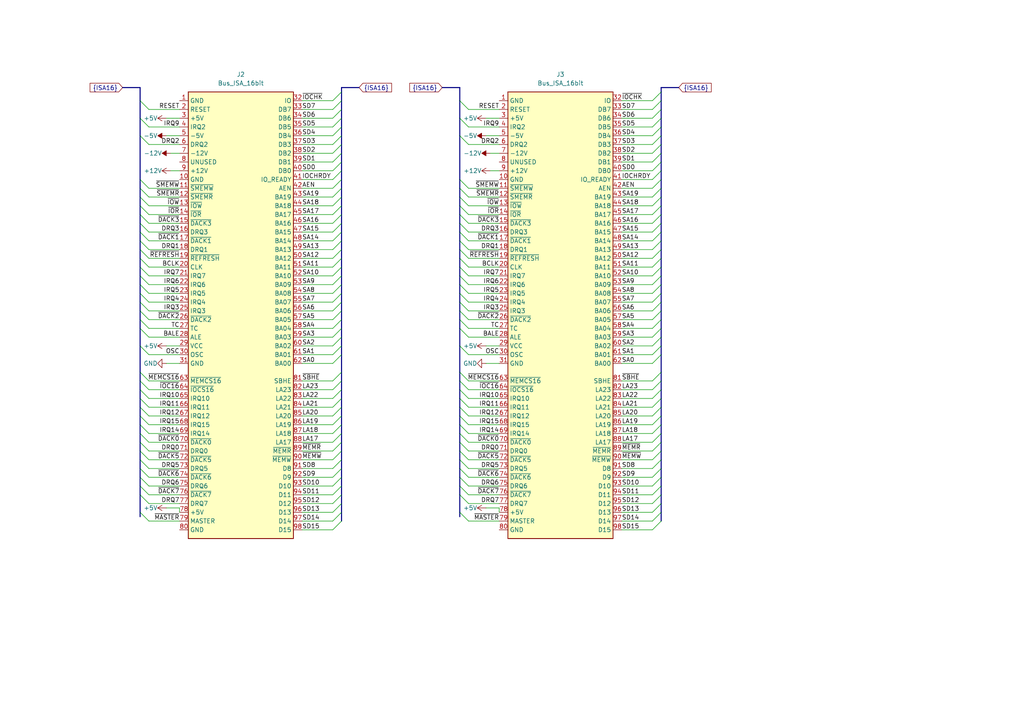
<source format=kicad_sch>
(kicad_sch (version 20230121) (generator eeschema)
  (paper "A4")
  (title_block (title "ISA slots"))
  (lib_symbols
    (symbol "Connector:Bus_ISA_16bit"
      (property "Reference" "J" (at 0 67.945 0))
      (property "Value" "Bus_ISA_16bit" (at 0 -65.405 0))
      (symbol "Bus_ISA_16bit_0_1"
        (rectangle (start -15.24 -63.5) (end 15.24 66.04) (stroke (width 0.254)) (fill (type background)))
      )
      (symbol "Bus_ISA_16bit_1_1"
        (pin power_in line (at -17.78 63.5 0) (length 2.54) (name "GND") (number "1"))
        (pin power_in line (at -17.78 40.64 0) (length 2.54) (name "GND") (number "10"))
        (pin output line (at -17.78 38.1 0) (length 2.54) (name "~{SMEMW}") (number "11"))
        (pin output line (at -17.78 35.56 0) (length 2.54) (name "~{SMEMR}") (number "12"))
        (pin output line (at -17.78 33.02 0) (length 2.54) (name "~{IOW}") (number "13"))
        (pin output line (at -17.78 30.48 0) (length 2.54) (name "~{IOR}") (number "14"))
        (pin passive line (at -17.78 27.94 0) (length 2.54) (name "~{DACK3}") (number "15"))
        (pin passive line (at -17.78 25.4 0) (length 2.54) (name "DRQ3") (number "16"))
        (pin passive line (at -17.78 22.86 0) (length 2.54) (name "~{DACK1}") (number "17"))
        (pin passive line (at -17.78 20.32 0) (length 2.54) (name "DRQ1") (number "18"))
        (pin passive line (at -17.78 17.78 0) (length 2.54) (name "~{REFRESH}") (number "19"))
        (pin output line (at -17.78 60.96 0) (length 2.54) (name "RESET") (number "2"))
        (pin output line (at -17.78 15.24 0) (length 2.54) (name "CLK") (number "20"))
        (pin passive line (at -17.78 12.7 0) (length 2.54) (name "IRQ7") (number "21"))
        (pin passive line (at -17.78 10.16 0) (length 2.54) (name "IRQ6") (number "22"))
        (pin passive line (at -17.78 7.62 0) (length 2.54) (name "IRQ5") (number "23"))
        (pin passive line (at -17.78 5.08 0) (length 2.54) (name "IRQ4") (number "24"))
        (pin passive line (at -17.78 2.54 0) (length 2.54) (name "IRQ3") (number "25"))
        (pin passive line (at -17.78 0 0) (length 2.54) (name "~{DACK2}") (number "26"))
        (pin passive line (at -17.78 -2.54 0) (length 2.54) (name "TC") (number "27"))
        (pin output line (at -17.78 -5.08 0) (length 2.54) (name "ALE") (number "28"))
        (pin power_in line (at -17.78 -7.62 0) (length 2.54) (name "VCC") (number "29"))
        (pin power_in line (at -17.78 58.42 0) (length 2.54) (name "+5V") (number "3"))
        (pin output line (at -17.78 -10.16 0) (length 2.54) (name "OSC") (number "30"))
        (pin power_in line (at -17.78 -12.7 0) (length 2.54) (name "GND") (number "31"))
        (pin passive line (at 17.78 63.5 180) (length 2.54) (name "IO") (number "32"))
        (pin tri_state line (at 17.78 60.96 180) (length 2.54) (name "DB7") (number "33"))
        (pin tri_state line (at 17.78 58.42 180) (length 2.54) (name "DB6") (number "34"))
        (pin tri_state line (at 17.78 55.88 180) (length 2.54) (name "DB5") (number "35"))
        (pin tri_state line (at 17.78 53.34 180) (length 2.54) (name "DB4") (number "36"))
        (pin tri_state line (at 17.78 50.8 180) (length 2.54) (name "DB3") (number "37"))
        (pin tri_state line (at 17.78 48.26 180) (length 2.54) (name "DB2") (number "38"))
        (pin tri_state line (at 17.78 45.72 180) (length 2.54) (name "DB1") (number "39"))
        (pin passive line (at -17.78 55.88 0) (length 2.54) (name "IRQ2") (number "4"))
        (pin tri_state line (at 17.78 43.18 180) (length 2.54) (name "DB0") (number "40"))
        (pin passive line (at 17.78 40.64 180) (length 2.54) (name "IO_READY") (number "41"))
        (pin output line (at 17.78 38.1 180) (length 2.54) (name "AEN") (number "42"))
        (pin tri_state line (at 17.78 35.56 180) (length 2.54) (name "BA19") (number "43"))
        (pin tri_state line (at 17.78 33.02 180) (length 2.54) (name "BA18") (number "44"))
        (pin tri_state line (at 17.78 30.48 180) (length 2.54) (name "BA17") (number "45"))
        (pin tri_state line (at 17.78 27.94 180) (length 2.54) (name "BA16") (number "46"))
        (pin tri_state line (at 17.78 25.4 180) (length 2.54) (name "BA15") (number "47"))
        (pin tri_state line (at 17.78 22.86 180) (length 2.54) (name "BA14") (number "48"))
        (pin tri_state line (at 17.78 20.32 180) (length 2.54) (name "BA13") (number "49"))
        (pin power_in line (at -17.78 53.34 0) (length 2.54) (name "-5V") (number "5"))
        (pin tri_state line (at 17.78 17.78 180) (length 2.54) (name "BA12") (number "50"))
        (pin tri_state line (at 17.78 15.24 180) (length 2.54) (name "BA11") (number "51"))
        (pin tri_state line (at 17.78 12.7 180) (length 2.54) (name "BA10") (number "52"))
        (pin tri_state line (at 17.78 10.16 180) (length 2.54) (name "BA09") (number "53"))
        (pin tri_state line (at 17.78 7.62 180) (length 2.54) (name "BA08") (number "54"))
        (pin tri_state line (at 17.78 5.08 180) (length 2.54) (name "BA07") (number "55"))
        (pin tri_state line (at 17.78 2.54 180) (length 2.54) (name "BA06") (number "56"))
        (pin tri_state line (at 17.78 0 180) (length 2.54) (name "BA05") (number "57"))
        (pin tri_state line (at 17.78 -2.54 180) (length 2.54) (name "BA04") (number "58"))
        (pin tri_state line (at 17.78 -5.08 180) (length 2.54) (name "BA03") (number "59"))
        (pin passive line (at -17.78 50.8 0) (length 2.54) (name "DRQ2") (number "6"))
        (pin tri_state line (at 17.78 -7.62 180) (length 2.54) (name "BA02") (number "60"))
        (pin tri_state line (at 17.78 -10.16 180) (length 2.54) (name "BA01") (number "61"))
        (pin tri_state line (at 17.78 -12.7 180) (length 2.54) (name "BA00") (number "62"))
        (pin passive line (at -17.78 -17.78 0) (length 2.54) (name "~{MEMCS16}") (number "63"))
        (pin passive line (at -17.78 -20.32 0) (length 2.54) (name "~{IOCS16}") (number "64"))
        (pin passive line (at -17.78 -22.86 0) (length 2.54) (name "IRQ10") (number "65"))
        (pin passive line (at -17.78 -25.4 0) (length 2.54) (name "IRQ11") (number "66"))
        (pin passive line (at -17.78 -27.94 0) (length 2.54) (name "IRQ12") (number "67"))
        (pin passive line (at -17.78 -30.48 0) (length 2.54) (name "IRQ15") (number "68"))
        (pin passive line (at -17.78 -33.02 0) (length 2.54) (name "IRQ14") (number "69"))
        (pin power_in line (at -17.78 48.26 0) (length 2.54) (name "-12V") (number "7"))
        (pin output line (at -17.78 -35.56 0) (length 2.54) (name "~{DACK0}") (number "70"))
        (pin passive line (at -17.78 -38.1 0) (length 2.54) (name "DRQ0") (number "71"))
        (pin output line (at -17.78 -40.64 0) (length 2.54) (name "~{DACK5}") (number "72"))
        (pin passive line (at -17.78 -43.18 0) (length 2.54) (name "DRQ5") (number "73"))
        (pin output line (at -17.78 -45.72 0) (length 2.54) (name "~{DACK6}") (number "74"))
        (pin passive line (at -17.78 -48.26 0) (length 2.54) (name "DRQ6") (number "75"))
        (pin output line (at -17.78 -50.8 0) (length 2.54) (name "~{DACK7}") (number "76"))
        (pin passive line (at -17.78 -53.34 0) (length 2.54) (name "DRQ7") (number "77"))
        (pin power_in line (at -17.78 -55.88 0) (length 2.54) (name "+5V") (number "78"))
        (pin passive line (at -17.78 -58.42 0) (length 2.54) (name "MASTER") (number "79"))
        (pin passive line (at -17.78 45.72 0) (length 2.54) (name "UNUSED") (number "8"))
        (pin power_in line (at -17.78 -60.96 0) (length 2.54) (name "GND") (number "80"))
        (pin passive line (at 17.78 -17.78 180) (length 2.54) (name "SBHE") (number "81"))
        (pin passive line (at 17.78 -20.32 180) (length 2.54) (name "LA23") (number "82"))
        (pin passive line (at 17.78 -22.86 180) (length 2.54) (name "LA22") (number "83"))
        (pin passive line (at 17.78 -25.4 180) (length 2.54) (name "LA21") (number "84"))
        (pin passive line (at 17.78 -27.94 180) (length 2.54) (name "LA20") (number "85"))
        (pin passive line (at 17.78 -30.48 180) (length 2.54) (name "LA19") (number "86"))
        (pin passive line (at 17.78 -33.02 180) (length 2.54) (name "LA18") (number "87"))
        (pin passive line (at 17.78 -35.56 180) (length 2.54) (name "LA17") (number "88"))
        (pin output line (at 17.78 -38.1 180) (length 2.54) (name "~{MEMR}") (number "89"))
        (pin power_in line (at -17.78 43.18 0) (length 2.54) (name "+12V") (number "9"))
        (pin output line (at 17.78 -40.64 180) (length 2.54) (name "~{MEMW}") (number "90"))
        (pin tri_state line (at 17.78 -43.18 180) (length 2.54) (name "D8") (number "91"))
        (pin tri_state line (at 17.78 -45.72 180) (length 2.54) (name "D9") (number "92"))
        (pin tri_state line (at 17.78 -48.26 180) (length 2.54) (name "D10") (number "93"))
        (pin tri_state line (at 17.78 -50.8 180) (length 2.54) (name "D11") (number "94"))
        (pin tri_state line (at 17.78 -53.34 180) (length 2.54) (name "D12") (number "95"))
        (pin tri_state line (at 17.78 -55.88 180) (length 2.54) (name "D13") (number "96"))
        (pin tri_state line (at 17.78 -58.42 180) (length 2.54) (name "D14") (number "97"))
        (pin tri_state line (at 17.78 -60.96 180) (length 2.54) (name "D15") (number "98"))
      )
    )
    (symbol "power:+12V" (power) (pin_names (offset 0))
      (property "Value" "+12V" (at 0 3.556 0))
      (symbol "+12V_0_1"
        (polyline (pts (xy -0.762 1.27) (xy 0 2.54)))
        (polyline (pts (xy 0 0) (xy 0 2.54)))
        (polyline (pts (xy 0 2.54) (xy 0.762 1.27)))
      )
      (symbol "+12V_1_1"
        (pin power_in line (at 0 0 90) (length 0) hide (name "+12V") (number "1"))
      )
    )
    (symbol "power:+5V" (power) (pin_names (offset 0))
      (property "Value" "+5V" (at 0 3.556 0))
      (symbol "+5V_0_1"
        (polyline (pts (xy -0.762 1.27) (xy 0 2.54)))
        (polyline (pts (xy 0 0) (xy 0 2.54)))
        (polyline (pts (xy 0 2.54) (xy 0.762 1.27)))
      )
      (symbol "+5V_1_1"
        (pin power_in line (at 0 0 90) (length 0) hide (name "+5V") (number "1"))
      )
    )
    (symbol "power:-12V" (power) (pin_names (offset 0))
      (property "Value" "-12V" (at 0 3.81 0))
      (symbol "-12V_0_0"
        (pin power_in line (at 0 0 90) (length 0) hide (name "-12V") (number "1"))
      )
      (symbol "-12V_0_1"
        (polyline (pts (xy 0 0) (xy 0 1.27) (xy 0.762 1.27) (xy 0 2.54) (xy -0.762 1.27) (xy 0 1.27)) (fill (type outline)))
      )
    )
    (symbol "power:-5V" (power) (pin_names (offset 0))
      (property "Value" "-5V" (at 0 3.81 0))
      (symbol "-5V_0_0"
        (pin power_in line (at 0 0 90) (length 0) hide (name "-5V") (number "1"))
      )
      (symbol "-5V_0_1"
        (polyline (pts (xy 0 0) (xy 0 1.27) (xy 0.762 1.27) (xy 0 2.54) (xy -0.762 1.27) (xy 0 1.27)) (fill (type outline)))
      )
    )
    (symbol "power:GND" (power) (pin_names (offset 0))
      (property "Value" "GND" (at 0 -3.81 0))
      (symbol "GND_0_1"
        (polyline (pts (xy 0 0) (xy 0 -1.27) (xy 1.27 -1.27) (xy 0 -2.54) (xy -1.27 -1.27) (xy 0 -1.27)))
      )
      (symbol "GND_1_1"
        (pin power_in line (at 0 0 270) (length 0) hide (name "GND") (number "1"))
      )
    )
  )
  (bus_entry (at 99.06 29.21) (size -2.54 2.54))
  (bus_entry (at 191.77 115.57) (size -2.54 2.54))
  (bus_entry (at 133.35 80.01) (size 2.54 2.54))
  (bus_entry (at 99.06 110.49) (size -2.54 2.54))
  (bus_entry (at 191.77 52.07) (size -2.54 2.54))
  (bus_entry (at 191.77 130.81) (size -2.54 2.54))
  (bus_entry (at 40.64 125.73) (size 2.54 2.54))
  (bus_entry (at 191.77 120.65) (size -2.54 2.54))
  (bus_entry (at 40.64 72.39) (size 2.54 2.54))
  (bus_entry (at 191.77 138.43) (size -2.54 2.54))
  (bus_entry (at 133.35 59.69) (size 2.54 2.54))
  (bus_entry (at 99.06 26.67) (size -2.54 2.54))
  (bus_entry (at 191.77 74.93) (size -2.54 2.54))
  (bus_entry (at 191.77 110.49) (size -2.54 2.54))
  (bus_entry (at 191.77 107.95) (size -2.54 2.54))
  (bus_entry (at 40.64 130.81) (size 2.54 2.54))
  (bus_entry (at 133.35 148.59) (size 2.54 2.54))
  (bus_entry (at 40.64 57.15) (size 2.54 2.54))
  (bus_entry (at 133.35 74.93) (size 2.54 2.54))
  (bus_entry (at 40.64 52.07) (size 2.54 2.54))
  (bus_entry (at 133.35 87.63) (size 2.54 2.54))
  (bus_entry (at 99.06 67.31) (size -2.54 2.54))
  (bus_entry (at 99.06 52.07) (size -2.54 2.54))
  (bus_entry (at 99.06 92.71) (size -2.54 2.54))
  (bus_entry (at 191.77 140.97) (size -2.54 2.54))
  (bus_entry (at 191.77 67.31) (size -2.54 2.54))
  (bus_entry (at 191.77 85.09) (size -2.54 2.54))
  (bus_entry (at 40.64 128.27) (size 2.54 2.54))
  (bus_entry (at 40.64 95.25) (size 2.54 2.54))
  (bus_entry (at 191.77 87.63) (size -2.54 2.54))
  (bus_entry (at 99.06 44.45) (size -2.54 2.54))
  (bus_entry (at 191.77 80.01) (size -2.54 2.54))
  (bus_entry (at 191.77 123.19) (size -2.54 2.54))
  (bus_entry (at 40.64 29.21) (size 2.54 2.54))
  (bus_entry (at 191.77 26.67) (size -2.54 2.54))
  (bus_entry (at 40.64 80.01) (size 2.54 2.54))
  (bus_entry (at 191.77 95.25) (size -2.54 2.54))
  (bus_entry (at 40.64 118.11) (size 2.54 2.54))
  (bus_entry (at 191.77 44.45) (size -2.54 2.54))
  (bus_entry (at 133.35 90.17) (size 2.54 2.54))
  (bus_entry (at 191.77 29.21) (size -2.54 2.54))
  (bus_entry (at 99.06 125.73) (size -2.54 2.54))
  (bus_entry (at 191.77 92.71) (size -2.54 2.54))
  (bus_entry (at 133.35 29.21) (size 2.54 2.54))
  (bus_entry (at 133.35 133.35) (size 2.54 2.54))
  (bus_entry (at 133.35 67.31) (size 2.54 2.54))
  (bus_entry (at 133.35 118.11) (size 2.54 2.54))
  (bus_entry (at 99.06 102.87) (size -2.54 2.54))
  (bus_entry (at 133.35 100.33) (size 2.54 2.54))
  (bus_entry (at 191.77 125.73) (size -2.54 2.54))
  (bus_entry (at 40.64 62.23) (size 2.54 2.54))
  (bus_entry (at 191.77 97.79) (size -2.54 2.54))
  (bus_entry (at 191.77 102.87) (size -2.54 2.54))
  (bus_entry (at 191.77 34.29) (size -2.54 2.54))
  (bus_entry (at 99.06 113.03) (size -2.54 2.54))
  (bus_entry (at 133.35 128.27) (size 2.54 2.54))
  (bus_entry (at 191.77 113.03) (size -2.54 2.54))
  (bus_entry (at 99.06 64.77) (size -2.54 2.54))
  (bus_entry (at 191.77 39.37) (size -2.54 2.54))
  (bus_entry (at 191.77 118.11) (size -2.54 2.54))
  (bus_entry (at 99.06 77.47) (size -2.54 2.54))
  (bus_entry (at 133.35 54.61) (size 2.54 2.54))
  (bus_entry (at 191.77 64.77) (size -2.54 2.54))
  (bus_entry (at 99.06 31.75) (size -2.54 2.54))
  (bus_entry (at 99.06 34.29) (size -2.54 2.54))
  (bus_entry (at 99.06 123.19) (size -2.54 2.54))
  (bus_entry (at 99.06 151.13) (size -2.54 2.54))
  (bus_entry (at 191.77 57.15) (size -2.54 2.54))
  (bus_entry (at 40.64 87.63) (size 2.54 2.54))
  (bus_entry (at 133.35 39.37) (size 2.54 2.54))
  (bus_entry (at 133.35 52.07) (size 2.54 2.54))
  (bus_entry (at 99.06 59.69) (size -2.54 2.54))
  (bus_entry (at 40.64 110.49) (size 2.54 2.54))
  (bus_entry (at 99.06 135.89) (size -2.54 2.54))
  (bus_entry (at 133.35 110.49) (size 2.54 2.54))
  (bus_entry (at 133.35 125.73) (size 2.54 2.54))
  (bus_entry (at 40.64 74.93) (size 2.54 2.54))
  (bus_entry (at 99.06 41.91) (size -2.54 2.54))
  (bus_entry (at 99.06 130.81) (size -2.54 2.54))
  (bus_entry (at 99.06 90.17) (size -2.54 2.54))
  (bus_entry (at 133.35 107.95) (size 2.54 2.54))
  (bus_entry (at 40.64 90.17) (size 2.54 2.54))
  (bus_entry (at 99.06 36.83) (size -2.54 2.54))
  (bus_entry (at 133.35 143.51) (size 2.54 2.54))
  (bus_entry (at 40.64 120.65) (size 2.54 2.54))
  (bus_entry (at 99.06 80.01) (size -2.54 2.54))
  (bus_entry (at 133.35 77.47) (size 2.54 2.54))
  (bus_entry (at 99.06 72.39) (size -2.54 2.54))
  (bus_entry (at 133.35 62.23) (size 2.54 2.54))
  (bus_entry (at 40.64 59.69) (size 2.54 2.54))
  (bus_entry (at 133.35 92.71) (size 2.54 2.54))
  (bus_entry (at 133.35 113.03) (size 2.54 2.54))
  (bus_entry (at 40.64 140.97) (size 2.54 2.54))
  (bus_entry (at 191.77 31.75) (size -2.54 2.54))
  (bus_entry (at 40.64 69.85) (size 2.54 2.54))
  (bus_entry (at 191.77 82.55) (size -2.54 2.54))
  (bus_entry (at 99.06 39.37) (size -2.54 2.54))
  (bus_entry (at 191.77 41.91) (size -2.54 2.54))
  (bus_entry (at 40.64 67.31) (size 2.54 2.54))
  (bus_entry (at 99.06 87.63) (size -2.54 2.54))
  (bus_entry (at 191.77 72.39) (size -2.54 2.54))
  (bus_entry (at 133.35 64.77) (size 2.54 2.54))
  (bus_entry (at 191.77 49.53) (size -2.54 2.54))
  (bus_entry (at 40.64 133.35) (size 2.54 2.54))
  (bus_entry (at 133.35 140.97) (size 2.54 2.54))
  (bus_entry (at 99.06 143.51) (size -2.54 2.54))
  (bus_entry (at 40.64 39.37) (size 2.54 2.54))
  (bus_entry (at 191.77 148.59) (size -2.54 2.54))
  (bus_entry (at 99.06 140.97) (size -2.54 2.54))
  (bus_entry (at 99.06 74.93) (size -2.54 2.54))
  (bus_entry (at 133.35 123.19) (size 2.54 2.54))
  (bus_entry (at 99.06 118.11) (size -2.54 2.54))
  (bus_entry (at 133.35 69.85) (size 2.54 2.54))
  (bus_entry (at 191.77 143.51) (size -2.54 2.54))
  (bus_entry (at 40.64 54.61) (size 2.54 2.54))
  (bus_entry (at 191.77 54.61) (size -2.54 2.54))
  (bus_entry (at 40.64 107.95) (size 2.54 2.54))
  (bus_entry (at 99.06 46.99) (size -2.54 2.54))
  (bus_entry (at 99.06 146.05) (size -2.54 2.54))
  (bus_entry (at 191.77 151.13) (size -2.54 2.54))
  (bus_entry (at 99.06 82.55) (size -2.54 2.54))
  (bus_entry (at 133.35 95.25) (size 2.54 2.54))
  (bus_entry (at 191.77 36.83) (size -2.54 2.54))
  (bus_entry (at 99.06 54.61) (size -2.54 2.54))
  (bus_entry (at 133.35 115.57) (size 2.54 2.54))
  (bus_entry (at 191.77 135.89) (size -2.54 2.54))
  (bus_entry (at 99.06 107.95) (size -2.54 2.54))
  (bus_entry (at 40.64 77.47) (size 2.54 2.54))
  (bus_entry (at 40.64 135.89) (size 2.54 2.54))
  (bus_entry (at 40.64 34.29) (size 2.54 2.54))
  (bus_entry (at 99.06 69.85) (size -2.54 2.54))
  (bus_entry (at 99.06 97.79) (size -2.54 2.54))
  (bus_entry (at 99.06 85.09) (size -2.54 2.54))
  (bus_entry (at 99.06 133.35) (size -2.54 2.54))
  (bus_entry (at 40.64 123.19) (size 2.54 2.54))
  (bus_entry (at 40.64 113.03) (size 2.54 2.54))
  (bus_entry (at 99.06 49.53) (size -2.54 2.54))
  (bus_entry (at 133.35 82.55) (size 2.54 2.54))
  (bus_entry (at 40.64 92.71) (size 2.54 2.54))
  (bus_entry (at 99.06 100.33) (size -2.54 2.54))
  (bus_entry (at 191.77 77.47) (size -2.54 2.54))
  (bus_entry (at 191.77 46.99) (size -2.54 2.54))
  (bus_entry (at 99.06 115.57) (size -2.54 2.54))
  (bus_entry (at 40.64 85.09) (size 2.54 2.54))
  (bus_entry (at 133.35 138.43) (size 2.54 2.54))
  (bus_entry (at 191.77 133.35) (size -2.54 2.54))
  (bus_entry (at 99.06 120.65) (size -2.54 2.54))
  (bus_entry (at 191.77 128.27) (size -2.54 2.54))
  (bus_entry (at 191.77 62.23) (size -2.54 2.54))
  (bus_entry (at 133.35 85.09) (size 2.54 2.54))
  (bus_entry (at 191.77 59.69) (size -2.54 2.54))
  (bus_entry (at 191.77 146.05) (size -2.54 2.54))
  (bus_entry (at 133.35 120.65) (size 2.54 2.54))
  (bus_entry (at 99.06 128.27) (size -2.54 2.54))
  (bus_entry (at 40.64 115.57) (size 2.54 2.54))
  (bus_entry (at 40.64 138.43) (size 2.54 2.54))
  (bus_entry (at 133.35 130.81) (size 2.54 2.54))
  (bus_entry (at 99.06 95.25) (size -2.54 2.54))
  (bus_entry (at 40.64 100.33) (size 2.54 2.54))
  (bus_entry (at 133.35 72.39) (size 2.54 2.54))
  (bus_entry (at 133.35 135.89) (size 2.54 2.54))
  (bus_entry (at 133.35 57.15) (size 2.54 2.54))
  (bus_entry (at 99.06 138.43) (size -2.54 2.54))
  (bus_entry (at 191.77 90.17) (size -2.54 2.54))
  (bus_entry (at 191.77 69.85) (size -2.54 2.54))
  (bus_entry (at 99.06 148.59) (size -2.54 2.54))
  (bus_entry (at 133.35 34.29) (size 2.54 2.54))
  (bus_entry (at 40.64 64.77) (size 2.54 2.54))
  (bus_entry (at 99.06 57.15) (size -2.54 2.54))
  (bus_entry (at 99.06 62.23) (size -2.54 2.54))
  (bus_entry (at 40.64 143.51) (size 2.54 2.54))
  (bus_entry (at 191.77 100.33) (size -2.54 2.54))
  (bus_entry (at 40.64 82.55) (size 2.54 2.54))
  (bus_entry (at 40.64 148.59) (size 2.54 2.54))
  (bus (pts (xy 133.35 113.03) (xy 133.35 115.57)))
  (bus (pts (xy 99.06 120.65) (xy 99.06 123.19)))
  (wire (pts (xy 180.34 41.91) (xy 189.23 41.91)))
  (bus (pts (xy 40.64 77.47) (xy 40.64 80.01)))
  (bus (pts (xy 40.64 82.55) (xy 40.64 85.09)))
  (bus (pts (xy 40.64 67.31) (xy 40.64 69.85)))
  (wire (pts (xy 43.18 133.35) (xy 52.07 133.35)))
  (wire (pts (xy 135.89 87.63) (xy 144.78 87.63)))
  (bus (pts (xy 133.35 135.89) (xy 133.35 138.43)))
  (wire (pts (xy 180.34 151.13) (xy 189.23 151.13)))
  (bus (pts (xy 99.06 125.73) (xy 99.06 128.27)))
  (wire (pts (xy 135.89 59.69) (xy 144.78 59.69)))
  (wire (pts (xy 135.89 97.79) (xy 144.78 97.79)))
  (wire (pts (xy 43.18 67.31) (xy 52.07 67.31)))
  (wire (pts (xy 87.63 44.45) (xy 96.52 44.45)))
  (bus (pts (xy 40.64 54.61) (xy 40.64 57.15)))
  (bus (pts (xy 40.64 120.65) (xy 40.64 123.19)))
  (wire (pts (xy 87.63 151.13) (xy 96.52 151.13)))
  (bus (pts (xy 128.27 25.4) (xy 133.35 25.4)))
  (bus (pts (xy 40.64 57.15) (xy 40.64 59.69)))
  (wire (pts (xy 135.89 67.31) (xy 144.78 67.31)))
  (wire (pts (xy 180.34 57.15) (xy 189.23 57.15)))
  (bus (pts (xy 99.06 143.51) (xy 99.06 146.05)))
  (wire (pts (xy 43.18 110.49) (xy 52.07 110.49)))
  (bus (pts (xy 40.64 128.27) (xy 40.64 130.81)))
  (wire (pts (xy 140.97 34.29) (xy 144.78 34.29)))
  (bus (pts (xy 133.35 54.61) (xy 133.35 57.15)))
  (wire (pts (xy 135.89 115.57) (xy 144.78 115.57)))
  (bus (pts (xy 40.64 80.01) (xy 40.64 82.55)))
  (wire (pts (xy 135.89 77.47) (xy 144.78 77.47)))
  (bus (pts (xy 191.77 95.25) (xy 191.77 97.79)))
  (wire (pts (xy 43.18 41.91) (xy 52.07 41.91)))
  (wire (pts (xy 135.89 110.49) (xy 144.78 110.49)))
  (bus (pts (xy 191.77 36.83) (xy 191.77 39.37)))
  (wire (pts (xy 135.89 123.19) (xy 144.78 123.19)))
  (bus (pts (xy 191.77 80.01) (xy 191.77 82.55)))
  (bus (pts (xy 133.35 120.65) (xy 133.35 123.19)))
  (wire (pts (xy 180.34 146.05) (xy 189.23 146.05)))
  (wire (pts (xy 87.63 72.39) (xy 96.52 72.39)))
  (bus (pts (xy 99.06 80.01) (xy 99.06 82.55)))
  (wire (pts (xy 180.34 153.67) (xy 189.23 153.67)))
  (wire (pts (xy 48.26 147.32) (xy 52.07 147.32)))
  (wire (pts (xy 43.18 113.03) (xy 52.07 113.03)))
  (bus (pts (xy 191.77 133.35) (xy 191.77 135.89)))
  (wire (pts (xy 180.34 87.63) (xy 189.23 87.63)))
  (bus (pts (xy 133.35 115.57) (xy 133.35 118.11)))
  (bus (pts (xy 40.64 107.95) (xy 40.64 110.49)))
  (wire (pts (xy 135.89 135.89) (xy 144.78 135.89)))
  (wire (pts (xy 48.26 39.37) (xy 52.07 39.37)))
  (bus (pts (xy 40.64 92.71) (xy 40.64 95.25)))
  (bus (pts (xy 40.64 118.11) (xy 40.64 120.65)))
  (wire (pts (xy 49.53 49.53) (xy 52.07 49.53)))
  (wire (pts (xy 180.34 95.25) (xy 189.23 95.25)))
  (bus (pts (xy 133.35 29.21) (xy 133.35 34.29)))
  (bus (pts (xy 99.06 97.79) (xy 99.06 100.33)))
  (bus (pts (xy 99.06 54.61) (xy 99.06 57.15)))
  (wire (pts (xy 135.89 82.55) (xy 144.78 82.55)))
  (wire (pts (xy 87.63 97.79) (xy 96.52 97.79)))
  (wire (pts (xy 87.63 105.41) (xy 96.52 105.41)))
  (bus (pts (xy 191.77 110.49) (xy 191.77 113.03)))
  (bus (pts (xy 191.77 138.43) (xy 191.77 140.97)))
  (wire (pts (xy 180.34 52.07) (xy 189.23 52.07)))
  (wire (pts (xy 87.63 41.91) (xy 96.52 41.91)))
  (bus (pts (xy 133.35 123.19) (xy 133.35 125.73)))
  (wire (pts (xy 43.18 90.17) (xy 52.07 90.17)))
  (wire (pts (xy 43.18 146.05) (xy 52.07 146.05)))
  (bus (pts (xy 191.77 25.4) (xy 191.77 26.67)))
  (wire (pts (xy 180.34 140.97) (xy 189.23 140.97)))
  (wire (pts (xy 135.89 95.25) (xy 144.78 95.25)))
  (bus (pts (xy 191.77 87.63) (xy 191.77 90.17)))
  (bus (pts (xy 191.77 52.07) (xy 191.77 54.61)))
  (bus (pts (xy 191.77 39.37) (xy 191.77 41.91)))
  (wire (pts (xy 43.18 130.81) (xy 52.07 130.81)))
  (bus (pts (xy 191.77 46.99) (xy 191.77 49.53)))
  (wire (pts (xy 135.89 125.73) (xy 144.78 125.73)))
  (wire (pts (xy 87.63 80.01) (xy 96.52 80.01)))
  (wire (pts (xy 43.18 125.73) (xy 52.07 125.73)))
  (bus (pts (xy 99.06 34.29) (xy 99.06 36.83)))
  (bus (pts (xy 133.35 52.07) (xy 133.35 54.61)))
  (wire (pts (xy 87.63 123.19) (xy 96.52 123.19)))
  (wire (pts (xy 43.18 72.39) (xy 52.07 72.39)))
  (wire (pts (xy 87.63 77.47) (xy 96.52 77.47)))
  (bus (pts (xy 191.77 29.21) (xy 191.77 31.75)))
  (wire (pts (xy 43.18 95.25) (xy 52.07 95.25)))
  (bus (pts (xy 99.06 146.05) (xy 99.06 148.59)))
  (bus (pts (xy 40.64 115.57) (xy 40.64 118.11)))
  (wire (pts (xy 180.34 100.33) (xy 189.23 100.33)))
  (wire (pts (xy 87.63 125.73) (xy 96.52 125.73)))
  (wire (pts (xy 43.18 120.65) (xy 52.07 120.65)))
  (bus (pts (xy 191.77 107.95) (xy 191.77 110.49)))
  (bus (pts (xy 99.06 90.17) (xy 99.06 92.71)))
  (bus (pts (xy 40.64 85.09) (xy 40.64 87.63)))
  (wire (pts (xy 140.97 105.41) (xy 144.78 105.41)))
  (bus (pts (xy 191.77 62.23) (xy 191.77 64.77)))
  (wire (pts (xy 135.89 146.05) (xy 144.78 146.05)))
  (bus (pts (xy 99.06 100.33) (xy 99.06 102.87)))
  (bus (pts (xy 191.77 97.79) (xy 191.77 100.33)))
  (bus (pts (xy 133.35 90.17) (xy 133.35 92.71)))
  (wire (pts (xy 43.18 87.63) (xy 52.07 87.63)))
  (wire (pts (xy 48.26 100.33) (xy 52.07 100.33)))
  (bus (pts (xy 40.64 140.97) (xy 40.64 143.51)))
  (wire (pts (xy 43.18 59.69) (xy 52.07 59.69)))
  (wire (pts (xy 180.34 62.23) (xy 189.23 62.23)))
  (bus (pts (xy 99.06 133.35) (xy 99.06 135.89)))
  (bus (pts (xy 191.77 115.57) (xy 191.77 118.11)))
  (bus (pts (xy 99.06 31.75) (xy 99.06 34.29)))
  (wire (pts (xy 135.89 120.65) (xy 144.78 120.65)))
  (bus (pts (xy 133.35 59.69) (xy 133.35 62.23)))
  (wire (pts (xy 43.18 69.85) (xy 52.07 69.85)))
  (bus (pts (xy 40.64 74.93) (xy 40.64 77.47)))
  (wire (pts (xy 180.34 44.45) (xy 189.23 44.45)))
  (wire (pts (xy 180.34 59.69) (xy 189.23 59.69)))
  (wire (pts (xy 48.26 34.29) (xy 52.07 34.29)))
  (bus (pts (xy 133.35 128.27) (xy 133.35 130.81)))
  (wire (pts (xy 135.89 74.93) (xy 144.78 74.93)))
  (wire (pts (xy 87.63 95.25) (xy 96.52 95.25)))
  (wire (pts (xy 87.63 87.63) (xy 96.52 87.63)))
  (bus (pts (xy 133.35 34.29) (xy 133.35 39.37)))
  (wire (pts (xy 87.63 140.97) (xy 96.52 140.97)))
  (wire (pts (xy 135.89 41.91) (xy 144.78 41.91)))
  (bus (pts (xy 99.06 72.39) (xy 99.06 74.93)))
  (wire (pts (xy 87.63 128.27) (xy 96.52 128.27)))
  (bus (pts (xy 99.06 92.71) (xy 99.06 95.25)))
  (wire (pts (xy 180.34 90.17) (xy 189.23 90.17)))
  (wire (pts (xy 142.24 49.53) (xy 144.78 49.53)))
  (bus (pts (xy 191.77 123.19) (xy 191.77 125.73)))
  (wire (pts (xy 135.89 138.43) (xy 144.78 138.43)))
  (wire (pts (xy 180.34 46.99) (xy 189.23 46.99)))
  (wire (pts (xy 135.89 36.83) (xy 144.78 36.83)))
  (wire (pts (xy 180.34 128.27) (xy 189.23 128.27)))
  (wire (pts (xy 144.78 147.32) (xy 144.78 148.59)))
  (bus (pts (xy 99.06 26.67) (xy 99.06 29.21)))
  (bus (pts (xy 191.77 143.51) (xy 191.77 146.05)))
  (wire (pts (xy 180.34 34.29) (xy 189.23 34.29)))
  (bus (pts (xy 99.06 87.63) (xy 99.06 90.17)))
  (wire (pts (xy 87.63 120.65) (xy 96.52 120.65)))
  (bus (pts (xy 99.06 25.4) (xy 99.06 26.67)))
  (bus (pts (xy 191.77 41.91) (xy 191.77 44.45)))
  (bus (pts (xy 99.06 44.45) (xy 99.06 46.99)))
  (bus (pts (xy 191.77 118.11) (xy 191.77 120.65)))
  (wire (pts (xy 43.18 80.01) (xy 52.07 80.01)))
  (wire (pts (xy 43.18 140.97) (xy 52.07 140.97)))
  (bus (pts (xy 99.06 67.31) (xy 99.06 69.85)))
  (bus (pts (xy 191.77 67.31) (xy 191.77 69.85)))
  (wire (pts (xy 49.53 44.45) (xy 52.07 44.45)))
  (bus (pts (xy 191.77 100.33) (xy 191.77 102.87)))
  (bus (pts (xy 99.06 74.93) (xy 99.06 77.47)))
  (bus (pts (xy 191.77 113.03) (xy 191.77 115.57)))
  (wire (pts (xy 87.63 146.05) (xy 96.52 146.05)))
  (bus (pts (xy 191.77 146.05) (xy 191.77 148.59)))
  (wire (pts (xy 180.34 115.57) (xy 189.23 115.57)))
  (bus (pts (xy 99.06 85.09) (xy 99.06 87.63)))
  (wire (pts (xy 180.34 85.09) (xy 189.23 85.09)))
  (bus (pts (xy 133.35 125.73) (xy 133.35 128.27)))
  (wire (pts (xy 87.63 64.77) (xy 96.52 64.77)))
  (wire (pts (xy 87.63 135.89) (xy 96.52 135.89)))
  (bus (pts (xy 40.64 135.89) (xy 40.64 138.43)))
  (wire (pts (xy 180.34 67.31) (xy 189.23 67.31)))
  (bus (pts (xy 99.06 107.95) (xy 99.06 110.49)))
  (wire (pts (xy 43.18 62.23) (xy 52.07 62.23)))
  (wire (pts (xy 43.18 138.43) (xy 52.07 138.43)))
  (bus (pts (xy 191.77 120.65) (xy 191.77 123.19)))
  (wire (pts (xy 180.34 64.77) (xy 189.23 64.77)))
  (bus (pts (xy 191.77 148.59) (xy 191.77 151.13)))
  (bus (pts (xy 133.35 39.37) (xy 133.35 52.07)))
  (wire (pts (xy 87.63 39.37) (xy 96.52 39.37)))
  (wire (pts (xy 180.34 29.21) (xy 189.23 29.21)))
  (wire (pts (xy 180.34 148.59) (xy 189.23 148.59)))
  (wire (pts (xy 180.34 97.79) (xy 189.23 97.79)))
  (bus (pts (xy 191.77 140.97) (xy 191.77 143.51)))
  (bus (pts (xy 40.64 123.19) (xy 40.64 125.73)))
  (bus (pts (xy 191.77 130.81) (xy 191.77 133.35)))
  (wire (pts (xy 180.34 123.19) (xy 189.23 123.19)))
  (bus (pts (xy 99.06 64.77) (xy 99.06 67.31)))
  (wire (pts (xy 52.07 147.32) (xy 52.07 148.59)))
  (bus (pts (xy 133.35 62.23) (xy 133.35 64.77)))
  (wire (pts (xy 43.18 128.27) (xy 52.07 128.27)))
  (wire (pts (xy 180.34 82.55) (xy 189.23 82.55)))
  (wire (pts (xy 180.34 39.37) (xy 189.23 39.37)))
  (bus (pts (xy 133.35 95.25) (xy 133.35 100.33)))
  (bus (pts (xy 191.77 57.15) (xy 191.77 59.69)))
  (bus (pts (xy 99.06 138.43) (xy 99.06 140.97)))
  (wire (pts (xy 87.63 143.51) (xy 96.52 143.51)))
  (wire (pts (xy 87.63 92.71) (xy 96.52 92.71)))
  (bus (pts (xy 191.77 102.87) (xy 191.77 107.95)))
  (bus (pts (xy 99.06 118.11) (xy 99.06 120.65)))
  (wire (pts (xy 43.18 31.75) (xy 52.07 31.75)))
  (wire (pts (xy 87.63 36.83) (xy 96.52 36.83)))
  (wire (pts (xy 140.97 39.37) (xy 144.78 39.37)))
  (bus (pts (xy 40.64 69.85) (xy 40.64 72.39)))
  (bus (pts (xy 99.06 46.99) (xy 99.06 49.53)))
  (wire (pts (xy 43.18 85.09) (xy 52.07 85.09)))
  (wire (pts (xy 180.34 130.81) (xy 189.23 130.81)))
  (bus (pts (xy 99.06 113.03) (xy 99.06 115.57)))
  (bus (pts (xy 133.35 140.97) (xy 133.35 143.51)))
  (wire (pts (xy 87.63 69.85) (xy 96.52 69.85)))
  (bus (pts (xy 99.06 52.07) (xy 99.06 54.61)))
  (bus (pts (xy 191.77 34.29) (xy 191.77 36.83)))
  (wire (pts (xy 135.89 118.11) (xy 144.78 118.11)))
  (wire (pts (xy 180.34 54.61) (xy 189.23 54.61)))
  (wire (pts (xy 180.34 125.73) (xy 189.23 125.73)))
  (wire (pts (xy 87.63 74.93) (xy 96.52 74.93)))
  (wire (pts (xy 43.18 92.71) (xy 52.07 92.71)))
  (bus (pts (xy 191.77 54.61) (xy 191.77 57.15)))
  (bus (pts (xy 191.77 64.77) (xy 191.77 67.31)))
  (wire (pts (xy 189.23 110.49) (xy 180.34 110.49)))
  (wire (pts (xy 43.18 36.83) (xy 52.07 36.83)))
  (bus (pts (xy 191.77 85.09) (xy 191.77 87.63)))
  (bus (pts (xy 133.35 100.33) (xy 133.35 107.95)))
  (wire (pts (xy 48.26 105.41) (xy 52.07 105.41)))
  (wire (pts (xy 43.18 123.19) (xy 52.07 123.19)))
  (wire (pts (xy 180.34 138.43) (xy 189.23 138.43)))
  (bus (pts (xy 40.64 138.43) (xy 40.64 140.97)))
  (wire (pts (xy 180.34 113.03) (xy 189.23 113.03)))
  (bus (pts (xy 133.35 148.59) (xy 133.35 149.86)))
  (bus (pts (xy 99.06 110.49) (xy 99.06 113.03)))
  (bus (pts (xy 99.06 49.53) (xy 99.06 52.07)))
  (wire (pts (xy 87.63 130.81) (xy 96.52 130.81)))
  (wire (pts (xy 87.63 115.57) (xy 96.52 115.57)))
  (bus (pts (xy 40.64 34.29) (xy 40.64 39.37)))
  (wire (pts (xy 135.89 85.09) (xy 144.78 85.09)))
  (bus (pts (xy 133.35 118.11) (xy 133.35 120.65)))
  (bus (pts (xy 40.64 95.25) (xy 40.64 100.33)))
  (wire (pts (xy 135.89 64.77) (xy 144.78 64.77)))
  (wire (pts (xy 135.89 90.17) (xy 144.78 90.17)))
  (bus (pts (xy 191.77 31.75) (xy 191.77 34.29)))
  (bus (pts (xy 133.35 133.35) (xy 133.35 135.89)))
  (wire (pts (xy 87.63 118.11) (xy 96.52 118.11)))
  (wire (pts (xy 87.63 54.61) (xy 96.52 54.61)))
  (bus (pts (xy 191.77 49.53) (xy 191.77 52.07)))
  (bus (pts (xy 133.35 87.63) (xy 133.35 90.17)))
  (bus (pts (xy 40.64 143.51) (xy 40.64 148.59)))
  (wire (pts (xy 87.63 148.59) (xy 96.52 148.59)))
  (wire (pts (xy 43.18 102.87) (xy 52.07 102.87)))
  (wire (pts (xy 135.89 54.61) (xy 144.78 54.61)))
  (bus (pts (xy 99.06 135.89) (xy 99.06 138.43)))
  (wire (pts (xy 43.18 97.79) (xy 52.07 97.79)))
  (bus (pts (xy 191.77 59.69) (xy 191.77 62.23)))
  (wire (pts (xy 43.18 54.61) (xy 52.07 54.61)))
  (bus (pts (xy 191.77 69.85) (xy 191.77 72.39)))
  (bus (pts (xy 191.77 135.89) (xy 191.77 138.43)))
  (wire (pts (xy 180.34 77.47) (xy 189.23 77.47)))
  (bus (pts (xy 191.77 82.55) (xy 191.77 85.09)))
  (bus (pts (xy 133.35 69.85) (xy 133.35 72.39)))
  (wire (pts (xy 180.34 49.53) (xy 189.23 49.53)))
  (wire (pts (xy 180.34 133.35) (xy 189.23 133.35)))
  (bus (pts (xy 40.64 90.17) (xy 40.64 92.71)))
  (wire (pts (xy 87.63 34.29) (xy 96.52 34.29)))
  (wire (pts (xy 135.89 92.71) (xy 144.78 92.71)))
  (wire (pts (xy 140.97 100.33) (xy 144.78 100.33)))
  (bus (pts (xy 133.35 107.95) (xy 133.35 110.49)))
  (wire (pts (xy 43.18 57.15) (xy 52.07 57.15)))
  (bus (pts (xy 133.35 92.71) (xy 133.35 95.25)))
  (bus (pts (xy 40.64 148.59) (xy 40.64 149.86)))
  (bus (pts (xy 99.06 95.25) (xy 99.06 97.79)))
  (bus (pts (xy 133.35 72.39) (xy 133.35 74.93)))
  (bus (pts (xy 133.35 143.51) (xy 133.35 148.59)))
  (wire (pts (xy 43.18 77.47) (xy 52.07 77.47)))
  (bus (pts (xy 40.64 39.37) (xy 40.64 52.07)))
  (wire (pts (xy 43.18 151.13) (xy 52.07 151.13)))
  (bus (pts (xy 191.77 90.17) (xy 191.77 92.71)))
  (wire (pts (xy 135.89 31.75) (xy 144.78 31.75)))
  (bus (pts (xy 104.14 25.4) (xy 99.06 25.4)))
  (bus (pts (xy 133.35 57.15) (xy 133.35 59.69)))
  (bus (pts (xy 40.64 125.73) (xy 40.64 128.27)))
  (wire (pts (xy 135.89 143.51) (xy 144.78 143.51)))
  (wire (pts (xy 180.34 80.01) (xy 189.23 80.01)))
  (wire (pts (xy 87.63 153.67) (xy 96.52 153.67)))
  (bus (pts (xy 40.64 52.07) (xy 40.64 54.61)))
  (wire (pts (xy 43.18 135.89) (xy 52.07 135.89)))
  (bus (pts (xy 40.64 25.4) (xy 40.64 29.21)))
  (wire (pts (xy 135.89 130.81) (xy 144.78 130.81)))
  (wire (pts (xy 87.63 133.35) (xy 96.52 133.35)))
  (wire (pts (xy 135.89 102.87) (xy 144.78 102.87)))
  (bus (pts (xy 40.64 29.21) (xy 40.64 34.29)))
  (wire (pts (xy 135.89 151.13) (xy 144.78 151.13)))
  (bus (pts (xy 40.64 87.63) (xy 40.64 90.17)))
  (wire (pts (xy 180.34 102.87) (xy 189.23 102.87)))
  (bus (pts (xy 40.64 133.35) (xy 40.64 135.89)))
  (bus (pts (xy 40.64 110.49) (xy 40.64 113.03)))
  (bus (pts (xy 40.64 100.33) (xy 40.64 107.95)))
  (bus (pts (xy 99.06 82.55) (xy 99.06 85.09)))
  (bus (pts (xy 133.35 110.49) (xy 133.35 113.03)))
  (wire (pts (xy 180.34 74.93) (xy 189.23 74.93)))
  (wire (pts (xy 87.63 102.87) (xy 96.52 102.87)))
  (wire (pts (xy 135.89 140.97) (xy 144.78 140.97)))
  (wire (pts (xy 135.89 133.35) (xy 144.78 133.35)))
  (bus (pts (xy 191.77 26.67) (xy 191.77 29.21)))
  (bus (pts (xy 99.06 102.87) (xy 99.06 107.95)))
  (bus (pts (xy 40.64 62.23) (xy 40.64 64.77)))
  (bus (pts (xy 35.56 25.4) (xy 40.64 25.4)))
  (bus (pts (xy 99.06 128.27) (xy 99.06 130.81)))
  (bus (pts (xy 191.77 72.39) (xy 191.77 74.93)))
  (bus (pts (xy 40.64 130.81) (xy 40.64 133.35)))
  (wire (pts (xy 43.18 118.11) (xy 52.07 118.11)))
  (wire (pts (xy 87.63 67.31) (xy 96.52 67.31)))
  (wire (pts (xy 96.52 110.49) (xy 87.63 110.49)))
  (bus (pts (xy 191.77 77.47) (xy 191.77 80.01)))
  (bus (pts (xy 99.06 148.59) (xy 99.06 151.13)))
  (wire (pts (xy 142.24 44.45) (xy 144.78 44.45)))
  (bus (pts (xy 99.06 59.69) (xy 99.06 62.23)))
  (bus (pts (xy 99.06 29.21) (xy 99.06 31.75)))
  (wire (pts (xy 43.18 115.57) (xy 52.07 115.57)))
  (wire (pts (xy 180.34 105.41) (xy 189.23 105.41)))
  (bus (pts (xy 133.35 130.81) (xy 133.35 133.35)))
  (wire (pts (xy 180.34 31.75) (xy 189.23 31.75)))
  (bus (pts (xy 191.77 125.73) (xy 191.77 128.27)))
  (bus (pts (xy 99.06 41.91) (xy 99.06 44.45)))
  (bus (pts (xy 99.06 57.15) (xy 99.06 59.69)))
  (bus (pts (xy 99.06 115.57) (xy 99.06 118.11)))
  (wire (pts (xy 180.34 143.51) (xy 189.23 143.51)))
  (bus (pts (xy 133.35 74.93) (xy 133.35 77.47)))
  (wire (pts (xy 87.63 82.55) (xy 96.52 82.55)))
  (bus (pts (xy 196.85 25.4) (xy 191.77 25.4)))
  (bus (pts (xy 99.06 39.37) (xy 99.06 41.91)))
  (wire (pts (xy 135.89 69.85) (xy 144.78 69.85)))
  (wire (pts (xy 180.34 69.85) (xy 189.23 69.85)))
  (bus (pts (xy 40.64 64.77) (xy 40.64 67.31)))
  (wire (pts (xy 87.63 31.75) (xy 96.52 31.75)))
  (bus (pts (xy 133.35 64.77) (xy 133.35 67.31)))
  (bus (pts (xy 133.35 67.31) (xy 133.35 69.85)))
  (wire (pts (xy 180.34 120.65) (xy 189.23 120.65)))
  (bus (pts (xy 191.77 44.45) (xy 191.77 46.99)))
  (bus (pts (xy 133.35 25.4) (xy 133.35 29.21)))
  (bus (pts (xy 99.06 130.81) (xy 99.06 133.35)))
  (wire (pts (xy 43.18 74.93) (xy 52.07 74.93)))
  (wire (pts (xy 135.89 57.15) (xy 144.78 57.15)))
  (wire (pts (xy 135.89 72.39) (xy 144.78 72.39)))
  (wire (pts (xy 87.63 46.99) (xy 96.52 46.99)))
  (wire (pts (xy 87.63 59.69) (xy 96.52 59.69)))
  (wire (pts (xy 43.18 82.55) (xy 52.07 82.55)))
  (wire (pts (xy 135.89 80.01) (xy 144.78 80.01)))
  (wire (pts (xy 180.34 36.83) (xy 189.23 36.83)))
  (bus (pts (xy 191.77 74.93) (xy 191.77 77.47)))
  (bus (pts (xy 40.64 59.69) (xy 40.64 62.23)))
  (wire (pts (xy 180.34 92.71) (xy 189.23 92.71)))
  (bus (pts (xy 40.64 113.03) (xy 40.64 115.57)))
  (bus (pts (xy 99.06 123.19) (xy 99.06 125.73)))
  (wire (pts (xy 87.63 57.15) (xy 96.52 57.15)))
  (wire (pts (xy 87.63 85.09) (xy 96.52 85.09)))
  (bus (pts (xy 191.77 92.71) (xy 191.77 95.25)))
  (wire (pts (xy 87.63 138.43) (xy 96.52 138.43)))
  (wire (pts (xy 87.63 49.53) (xy 96.52 49.53)))
  (wire (pts (xy 87.63 90.17) (xy 96.52 90.17)))
  (wire (pts (xy 87.63 29.21) (xy 96.52 29.21)))
  (wire (pts (xy 87.63 62.23) (xy 96.52 62.23)))
  (bus (pts (xy 99.06 140.97) (xy 99.06 143.51)))
  (bus (pts (xy 99.06 62.23) (xy 99.06 64.77)))
  (wire (pts (xy 43.18 143.51) (xy 52.07 143.51)))
  (wire (pts (xy 135.89 62.23) (xy 144.78 62.23)))
  (bus (pts (xy 133.35 138.43) (xy 133.35 140.97)))
  (wire (pts (xy 87.63 113.03) (xy 96.52 113.03)))
  (wire (pts (xy 180.34 118.11) (xy 189.23 118.11)))
  (wire (pts (xy 87.63 52.07) (xy 96.52 52.07)))
  (wire (pts (xy 135.89 113.03) (xy 144.78 113.03)))
  (bus (pts (xy 133.35 85.09) (xy 133.35 87.63)))
  (bus (pts (xy 133.35 77.47) (xy 133.35 80.01)))
  (wire (pts (xy 87.63 100.33) (xy 96.52 100.33)))
  (bus (pts (xy 40.64 72.39) (xy 40.64 74.93)))
  (bus (pts (xy 99.06 36.83) (xy 99.06 39.37)))
  (bus (pts (xy 133.35 82.55) (xy 133.35 85.09)))
  (wire (pts (xy 180.34 72.39) (xy 189.23 72.39)))
  (wire (pts (xy 43.18 64.77) (xy 52.07 64.77)))
  (bus (pts (xy 133.35 80.01) (xy 133.35 82.55)))
  (bus (pts (xy 99.06 77.47) (xy 99.06 80.01)))
  (wire (pts (xy 135.89 128.27) (xy 144.78 128.27)))
  (wire (pts (xy 180.34 135.89) (xy 189.23 135.89)))
  (bus (pts (xy 99.06 69.85) (xy 99.06 72.39)))
  (bus (pts (xy 191.77 128.27) (xy 191.77 130.81)))
  (wire (pts (xy 140.97 147.32) (xy 144.78 147.32)))
  (label "LA23" (at 87.63 113.03 0))
  (label "SA12" (at 180.34 74.93 0))
  (label "SA16" (at 180.34 64.77 0))
  (label "SD12" (at 87.63 146.05 0))
  (label "IRQ12" (at 144.78 120.65 180))
  (label "IRQ4" (at 52.07 87.63 180))
  (label "BALE" (at 144.78 97.79 180))
  (label "SD15" (at 180.34 153.67 0))
  (label "SA7" (at 180.34 87.63 0))
  (label "LA17" (at 87.63 128.27 0))
  (label "~{DACK0}" (at 144.78 128.27 180))
  (label "~{SMEMR}" (at 144.78 57.15 180))
  (label "~{MEMW}" (at 180.34 133.35 0))
  (label "DRQ2" (at 144.78 41.91 180))
  (label "~{IOC16}" (at 52.07 113.03 180))
  (label "~{DACK6}" (at 144.78 138.43 180))
  (label "SA2" (at 180.34 100.33 0))
  (label "IRQ5" (at 52.07 85.09 180))
  (label "SD13" (at 180.34 148.59 0))
  (label "SD11" (at 87.63 143.51 0))
  (label "DRQ1" (at 52.07 72.39 180))
  (label "~{IOW}" (at 144.78 59.69 180))
  (label "SA5" (at 87.63 92.71 0))
  (label "SD6" (at 180.34 34.29 0))
  (label "IRQ7" (at 144.78 80.01 180))
  (label "SA3" (at 180.34 97.79 0))
  (label "SD5" (at 180.34 36.83 0))
  (label "~{SBHE}" (at 87.63 110.49 0))
  (label "SD5" (at 87.63 36.83 0))
  (label "IOCHRDY" (at 180.34 52.07 0))
  (label "DRQ2" (at 52.07 41.91 180))
  (label "SD1" (at 180.34 46.99 0))
  (label "~{IOR}" (at 52.07 62.23 180))
  (label "SD12" (at 180.34 146.05 0))
  (label "LA18" (at 180.34 125.73 0))
  (label "~{REFRESH}" (at 144.78 74.93 180))
  (label "BCLK" (at 52.07 77.47 180))
  (label "~{REFRESH}" (at 52.07 74.93 180))
  (label "~{MASTER}" (at 144.78 151.13 180))
  (label "~{DACK1}" (at 52.07 69.85 180))
  (label "OSC" (at 144.78 102.87 180))
  (label "~{IOCHK}" (at 87.63 29.21 0))
  (label "SD10" (at 87.63 140.97 0))
  (label "SD13" (at 87.63 148.59 0))
  (label "SA9" (at 180.34 82.55 0))
  (label "SD10" (at 180.34 140.97 0))
  (label "~{DACK6}" (at 52.07 138.43 180))
  (label "IRQ6" (at 52.07 82.55 180))
  (label "DRQ3" (at 52.07 67.31 180))
  (label "LA22" (at 87.63 115.57 0))
  (label "SA6" (at 87.63 90.17 0))
  (label "IRQ5" (at 144.78 85.09 180))
  (label "~{DACK2}" (at 144.78 92.71 180))
  (label "~{MEMCS16}" (at 52.07 110.49 180))
  (label "SA14" (at 87.63 69.85 0))
  (label "SD0" (at 180.34 49.53 0))
  (label "~{MASTER}" (at 52.07 151.13 180))
  (label "IRQ10" (at 144.78 115.57 180))
  (label "SA9" (at 87.63 82.55 0))
  (label "DRQ3" (at 144.78 67.31 180))
  (label "LA21" (at 87.63 118.11 0))
  (label "SD14" (at 180.34 151.13 0))
  (label "IRQ3" (at 144.78 90.17 180))
  (label "LA19" (at 87.63 123.19 0))
  (label "IRQ9" (at 52.07 36.83 180))
  (label "SA18" (at 180.34 59.69 0))
  (label "LA19" (at 180.34 123.19 0))
  (label "~{SMEMR}" (at 52.07 57.15 180))
  (label "SD3" (at 87.63 41.91 0))
  (label "SA19" (at 180.34 57.15 0))
  (label "LA22" (at 180.34 115.57 0))
  (label "SA10" (at 87.63 80.01 0))
  (label "IRQ14" (at 52.07 125.73 180))
  (label "~{DACK0}" (at 52.07 128.27 180))
  (label "~{SBHE}" (at 180.34 110.49 0))
  (label "~{IOW}" (at 52.07 59.69 180))
  (label "SD4" (at 87.63 39.37 0))
  (label "SD11" (at 180.34 143.51 0))
  (label "SD7" (at 180.34 31.75 0))
  (label "IRQ14" (at 144.78 125.73 180))
  (label "DRQ0" (at 144.78 130.81 180))
  (label "SD7" (at 87.63 31.75 0))
  (label "SD6" (at 87.63 34.29 0))
  (label "SA10" (at 180.34 80.01 0))
  (label "DRQ5" (at 144.78 135.89 180))
  (label "DRQ7" (at 52.07 146.05 180))
  (label "SA19" (at 87.63 57.15 0))
  (label "SD1" (at 87.63 46.99 0))
  (label "SA18" (at 87.63 59.69 0))
  (label "SA15" (at 180.34 67.31 0))
  (label "SA4" (at 180.34 95.25 0))
  (label "LA21" (at 180.34 118.11 0))
  (label "IRQ4" (at 144.78 87.63 180))
  (label "AEN" (at 180.34 54.61 0))
  (label "~{SMEMW}" (at 52.07 54.61 180))
  (label "~{DACK3}" (at 52.07 64.77 180))
  (label "SA8" (at 87.63 85.09 0))
  (label "SA17" (at 180.34 62.23 0))
  (label "DRQ0" (at 52.07 130.81 180))
  (label "SD0" (at 87.63 49.53 0))
  (label "BALE" (at 52.07 97.79 180))
  (label "DRQ7" (at 144.78 146.05 180))
  (label "~{IOR}" (at 144.78 62.23 180))
  (label "SA1" (at 87.63 102.87 0))
  (label "TC" (at 52.07 95.25 180))
  (label "SA4" (at 87.63 95.25 0))
  (label "TC" (at 144.78 95.25 180))
  (label "~{MEMR}" (at 180.34 130.81 0))
  (label "IRQ15" (at 52.07 123.19 180))
  (label "IRQ10" (at 52.07 115.57 180))
  (label "DRQ5" (at 52.07 135.89 180))
  (label "SA12" (at 87.63 74.93 0))
  (label "DRQ6" (at 144.78 140.97 180))
  (label "IRQ7" (at 52.07 80.01 180))
  (label "~{DACK1}" (at 144.78 69.85 180))
  (label "SA13" (at 87.63 72.39 0))
  (label "DRQ1" (at 144.78 72.39 180))
  (label "SA6" (at 180.34 90.17 0))
  (label "SA3" (at 87.63 97.79 0))
  (label "OSC" (at 52.07 102.87 180))
  (label "LA17" (at 180.34 128.27 0))
  (label "IOCHRDY" (at 87.63 52.07 0))
  (label "SA14" (at 180.34 69.85 0))
  (label "SA1" (at 180.34 102.87 0))
  (label "LA20" (at 87.63 120.65 0))
  (label "IRQ6" (at 144.78 82.55 180))
  (label "SA8" (at 180.34 85.09 0))
  (label "SA13" (at 180.34 72.39 0))
  (label "~{DACK2}" (at 52.07 92.71 180))
  (label "SD8" (at 87.63 135.89 0))
  (label "SD9" (at 87.63 138.43 0))
  (label "SD2" (at 180.34 44.45 0))
  (label "~{DACK5}" (at 52.07 133.35 180))
  (label "IRQ3" (at 52.07 90.17 180))
  (label "SD2" (at 87.63 44.45 0))
  (label "BCLK" (at 144.78 77.47 180))
  (label "SD8" (at 180.34 135.89 0))
  (label "SD9" (at 180.34 138.43 0))
  (label "SA11" (at 180.34 77.47 0))
  (label "~{MEMR}" (at 87.63 130.81 0))
  (label "SD3" (at 180.34 41.91 0))
  (label "~{MEMCS16}" (at 144.78 110.49 180))
  (label "SA17" (at 87.63 62.23 0))
  (label "~{IOC16}" (at 144.78 113.03 180))
  (label "SD14" (at 87.63 151.13 0))
  (label "SA0" (at 87.63 105.41 0))
  (label "SA7" (at 87.63 87.63 0))
  (label "RESET" (at 52.07 31.75 180))
  (label "IRQ11" (at 52.07 118.11 180))
  (label "IRQ11" (at 144.78 118.11 180))
  (label "SA2" (at 87.63 100.33 0))
  (label "DRQ6" (at 52.07 140.97 180))
  (label "SA5" (at 180.34 92.71 0))
  (label "~{DACK3}" (at 144.78 64.77 180))
  (label "SA15" (at 87.63 67.31 0))
  (label "SA0" (at 180.34 105.41 0))
  (label "~{MEMW}" (at 87.63 133.35 0))
  (label "LA18" (at 87.63 125.73 0))
  (label "SA16" (at 87.63 64.77 0))
  (label "~{DACK7}" (at 52.07 143.51 180))
  (label "LA20" (at 180.34 120.65 0))
  (label "SD15" (at 87.63 153.67 0))
  (label "~{IOCHK}" (at 180.34 29.21 0))
  (label "LA23" (at 180.34 113.03 0))
  (label "RESET" (at 144.78 31.75 180))
  (label "IRQ12" (at 52.07 120.65 180))
  (label "SD4" (at 180.34 39.37 0))
  (label "AEN" (at 87.63 54.61 0))
  (label "~{DACK5}" (at 144.78 133.35 180))
  (label "IRQ15" (at 144.78 123.19 180))
  (label "~{DACK7}" (at 144.78 143.51 180))
  (label "~{SMEMW}" (at 144.78 54.61 180))
  (label "SA11" (at 87.63 77.47 0))
  (label "IRQ9" (at 144.78 36.83 180))
  (global_label "{ISA16}" (shape input) (at 128.27 25.4 180) (property "Intersheetrefs" "${INTERSHEET_REFS}" (effects hide)))
  (global_label "{ISA16}" (shape input) (at 35.56 25.4 180) (property "Intersheetrefs" "${INTERSHEET_REFS}" (effects hide)))
  (global_label "{ISA16}" (shape input) (at 104.14 25.4 0) (property "Intersheetrefs" "${INTERSHEET_REFS}" (effects hide)))
  (global_label "{ISA16}" (shape input) (at 196.85 25.4 0) (property "Intersheetrefs" "${INTERSHEET_REFS}" (effects hide)))
  (symbol (lib_id "power:-12V") (at 142.24 44.45 90) (unit 1)
    (property "Reference" "#PWR023" (effects hide))
    (property "Value" "-12V" (at 139.7 44.45 90) (effects (justify left)))
  )
  (symbol (lib_id "power:-5V") (at 140.97 39.37 90) (unit 1)
    (property "Reference" "#PWR019" (effects hide))
    (property "Value" "-5V" (at 138.43 39.37 90) (effects (justify left)))
  )
  (symbol (lib_id "power:+12V") (at 49.53 49.53 90) (unit 1)
    (property "Reference" "#PWR014" (effects hide))
    (property "Value" "+12V" (at 46.99 49.53 90) (effects (justify left)))
  )
  (symbol (lib_id "Connector:Bus_ISA_16bit") (at 69.85 92.71 0) (unit 1)
    (property "Reference" "J2" (at 69.85 21.59 0))
    (property "Value" "Bus_ISA_16bit" (at 69.85 24.13 0))
    (property "Footprint" "local:EBC49DCWN-S420" (effects hide))
    (property "Datasheet" "https://en.wikipedia.org/wiki/Industry_Standard_Architecture" (effects hide))
  )
  (symbol (lib_id "power:GND") (at 48.26 105.41 270) (unit 1)
    (property "Reference" "#PWR016" (effects hide))
    (property "Value" "GND" (at 45.72 105.41 90) (effects (justify right)))
  )
  (symbol (lib_id "power:-5V") (at 48.26 39.37 90) (unit 1)
    (property "Reference" "#PWR012" (effects hide))
    (property "Value" "-5V" (at 45.72 39.37 90) (effects (justify left)))
  )
  (symbol (lib_id "power:-12V") (at 49.53 44.45 90) (unit 1)
    (property "Reference" "#PWR013" (effects hide))
    (property "Value" "-12V" (at 46.99 44.45 90) (effects (justify left)))
  )
  (symbol (lib_id "power:+5V") (at 48.26 100.33 90) (unit 1)
    (property "Reference" "#PWR015" (effects hide))
    (property "Value" "+5V" (at 45.72 100.33 90) (effects (justify left)))
  )
  (symbol (lib_id "power:+5V") (at 140.97 34.29 90) (unit 1)
    (property "Reference" "#PWR018" (effects hide))
    (property "Value" "+5V" (at 138.43 34.29 90) (effects (justify left)))
  )
  (symbol (lib_id "power:+12V") (at 142.24 49.53 90) (unit 1)
    (property "Reference" "#PWR024" (effects hide))
    (property "Value" "+12V" (at 139.7 49.53 90) (effects (justify left)))
  )
  (symbol (lib_id "power:+5V") (at 48.26 34.29 90) (unit 1)
    (property "Reference" "#PWR011" (effects hide))
    (property "Value" "+5V" (at 45.72 34.29 90) (effects (justify left)))
  )
  (symbol (lib_id "power:GND") (at 140.97 105.41 270) (unit 1)
    (property "Reference" "#PWR021" (effects hide))
    (property "Value" "GND" (at 138.43 105.41 90) (effects (justify right)))
  )
  (symbol (lib_id "Connector:Bus_ISA_16bit") (at 162.56 92.71 0) (unit 1)
    (property "Reference" "J3" (at 162.56 21.59 0))
    (property "Value" "Bus_ISA_16bit" (at 162.56 24.13 0))
    (property "Footprint" "local:EBC49DCWN-S420" (effects hide))
    (property "Datasheet" "https://en.wikipedia.org/wiki/Industry_Standard_Architecture" (effects hide))
  )
  (symbol (lib_id "power:+5V") (at 140.97 100.33 90) (unit 1)
    (property "Reference" "#PWR020" (effects hide))
    (property "Value" "+5V" (at 138.43 100.33 90) (effects (justify left)))
  )
  (symbol (lib_id "power:+5V") (at 140.97 147.32 90) (unit 1)
    (property "Reference" "#PWR022" (effects hide))
    (property "Value" "+5V" (at 138.43 147.32 90) (effects (justify left)))
  )
  (symbol (lib_id "power:+5V") (at 48.26 147.32 90) (unit 1)
    (property "Reference" "#PWR017" (effects hide))
    (property "Value" "+5V" (at 45.72 147.32 90) (effects (justify left)))
  )
)
</source>
